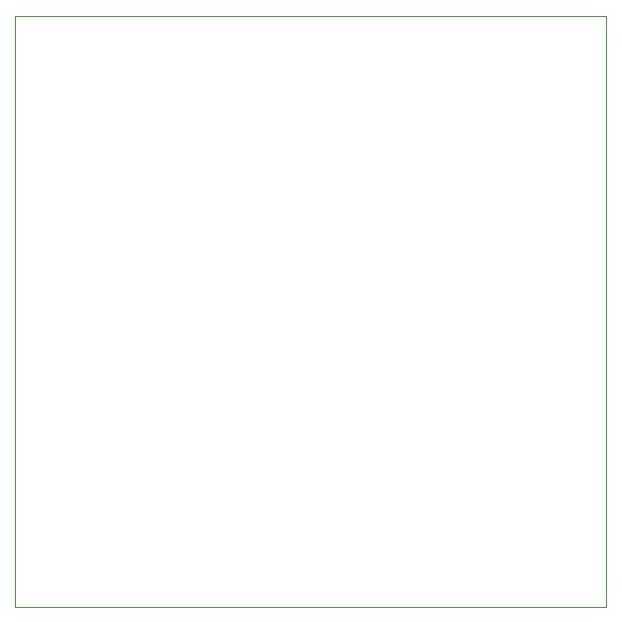
<source format=gbr>
%TF.GenerationSoftware,KiCad,Pcbnew,7.0.1*%
%TF.CreationDate,2023-09-18T10:06:49+03:00*%
%TF.ProjectId,led_tourch,6c65645f-746f-4757-9263-682e6b696361,Mohamed Saber*%
%TF.SameCoordinates,Original*%
%TF.FileFunction,Profile,NP*%
%FSLAX45Y45*%
G04 Gerber Fmt 4.5, Leading zero omitted, Abs format (unit mm)*
G04 Created by KiCad (PCBNEW 7.0.1) date 2023-09-18 10:06:49*
%MOMM*%
%LPD*%
G01*
G04 APERTURE LIST*
%TA.AperFunction,Profile*%
%ADD10C,0.100000*%
%TD*%
G04 APERTURE END LIST*
D10*
X15724100Y-2641600D02*
X20727900Y-2641600D01*
X20727900Y-7645400D01*
X15724100Y-7645400D01*
X15724100Y-2641600D01*
M02*

</source>
